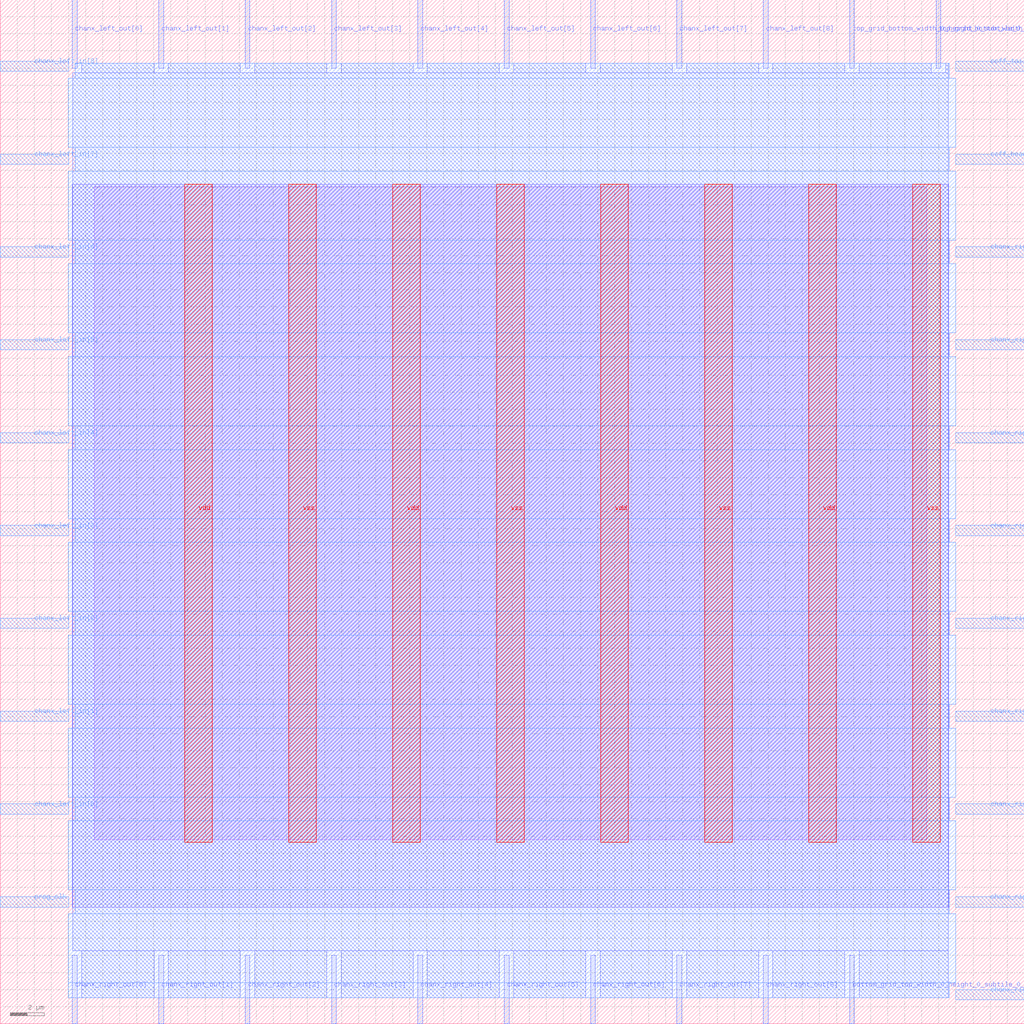
<source format=lef>
VERSION 5.7 ;
  NOWIREEXTENSIONATPIN ON ;
  DIVIDERCHAR "/" ;
  BUSBITCHARS "[]" ;
MACRO cbx_1__0_
  CLASS BLOCK ;
  FOREIGN cbx_1__0_ ;
  ORIGIN 0.000 0.000 ;
  SIZE 60.000 BY 60.000 ;
  PIN bottom_grid_top_width_0_height_0_subtile_0__pin_outpad_0_
    DIRECTION OUTPUT TRISTATE ;
    USE SIGNAL ;
    ANTENNADIFFAREA 0.795200 ;
    PORT
      LAYER met2 ;
        RECT 49.770 0.000 50.050 4.000 ;
    END
  END bottom_grid_top_width_0_height_0_subtile_0__pin_outpad_0_
  PIN ccff_head
    DIRECTION INPUT ;
    USE SIGNAL ;
    ANTENNAGATEAREA 0.196500 ;
    PORT
      LAYER met3 ;
        RECT 56.000 50.360 60.000 50.960 ;
    END
  END ccff_head
  PIN ccff_tail
    DIRECTION OUTPUT TRISTATE ;
    USE SIGNAL ;
    ANTENNADIFFAREA 0.795200 ;
    PORT
      LAYER met3 ;
        RECT 56.000 55.800 60.000 56.400 ;
    END
  END ccff_tail
  PIN chanx_left_in[0]
    DIRECTION INPUT ;
    USE SIGNAL ;
    ANTENNAGATEAREA 0.196500 ;
    PORT
      LAYER met3 ;
        RECT 0.000 12.280 4.000 12.880 ;
    END
  END chanx_left_in[0]
  PIN chanx_left_in[1]
    DIRECTION INPUT ;
    USE SIGNAL ;
    ANTENNAGATEAREA 0.196500 ;
    PORT
      LAYER met3 ;
        RECT 0.000 17.720 4.000 18.320 ;
    END
  END chanx_left_in[1]
  PIN chanx_left_in[2]
    DIRECTION INPUT ;
    USE SIGNAL ;
    ANTENNAGATEAREA 0.196500 ;
    PORT
      LAYER met3 ;
        RECT 0.000 23.160 4.000 23.760 ;
    END
  END chanx_left_in[2]
  PIN chanx_left_in[3]
    DIRECTION INPUT ;
    USE SIGNAL ;
    ANTENNAGATEAREA 0.196500 ;
    PORT
      LAYER met3 ;
        RECT 0.000 28.600 4.000 29.200 ;
    END
  END chanx_left_in[3]
  PIN chanx_left_in[4]
    DIRECTION INPUT ;
    USE SIGNAL ;
    ANTENNAGATEAREA 0.196500 ;
    PORT
      LAYER met3 ;
        RECT 0.000 34.040 4.000 34.640 ;
    END
  END chanx_left_in[4]
  PIN chanx_left_in[5]
    DIRECTION INPUT ;
    USE SIGNAL ;
    ANTENNAGATEAREA 0.196500 ;
    PORT
      LAYER met3 ;
        RECT 0.000 39.480 4.000 40.080 ;
    END
  END chanx_left_in[5]
  PIN chanx_left_in[6]
    DIRECTION INPUT ;
    USE SIGNAL ;
    ANTENNAGATEAREA 0.196500 ;
    PORT
      LAYER met3 ;
        RECT 0.000 44.920 4.000 45.520 ;
    END
  END chanx_left_in[6]
  PIN chanx_left_in[7]
    DIRECTION INPUT ;
    USE SIGNAL ;
    ANTENNAGATEAREA 0.196500 ;
    PORT
      LAYER met3 ;
        RECT 0.000 50.360 4.000 50.960 ;
    END
  END chanx_left_in[7]
  PIN chanx_left_in[8]
    DIRECTION INPUT ;
    USE SIGNAL ;
    ANTENNAGATEAREA 0.196500 ;
    PORT
      LAYER met3 ;
        RECT 0.000 55.800 4.000 56.400 ;
    END
  END chanx_left_in[8]
  PIN chanx_left_out[0]
    DIRECTION OUTPUT TRISTATE ;
    USE SIGNAL ;
    ANTENNADIFFAREA 0.795200 ;
    PORT
      LAYER met2 ;
        RECT 4.230 56.000 4.510 60.000 ;
    END
  END chanx_left_out[0]
  PIN chanx_left_out[1]
    DIRECTION OUTPUT TRISTATE ;
    USE SIGNAL ;
    ANTENNADIFFAREA 0.795200 ;
    PORT
      LAYER met2 ;
        RECT 9.290 56.000 9.570 60.000 ;
    END
  END chanx_left_out[1]
  PIN chanx_left_out[2]
    DIRECTION OUTPUT TRISTATE ;
    USE SIGNAL ;
    ANTENNADIFFAREA 0.795200 ;
    PORT
      LAYER met2 ;
        RECT 14.350 56.000 14.630 60.000 ;
    END
  END chanx_left_out[2]
  PIN chanx_left_out[3]
    DIRECTION OUTPUT TRISTATE ;
    USE SIGNAL ;
    ANTENNADIFFAREA 0.795200 ;
    PORT
      LAYER met2 ;
        RECT 19.410 56.000 19.690 60.000 ;
    END
  END chanx_left_out[3]
  PIN chanx_left_out[4]
    DIRECTION OUTPUT TRISTATE ;
    USE SIGNAL ;
    ANTENNADIFFAREA 0.795200 ;
    PORT
      LAYER met2 ;
        RECT 24.470 56.000 24.750 60.000 ;
    END
  END chanx_left_out[4]
  PIN chanx_left_out[5]
    DIRECTION OUTPUT TRISTATE ;
    USE SIGNAL ;
    ANTENNADIFFAREA 0.795200 ;
    PORT
      LAYER met2 ;
        RECT 29.530 56.000 29.810 60.000 ;
    END
  END chanx_left_out[5]
  PIN chanx_left_out[6]
    DIRECTION OUTPUT TRISTATE ;
    USE SIGNAL ;
    ANTENNADIFFAREA 0.795200 ;
    PORT
      LAYER met2 ;
        RECT 34.590 56.000 34.870 60.000 ;
    END
  END chanx_left_out[6]
  PIN chanx_left_out[7]
    DIRECTION OUTPUT TRISTATE ;
    USE SIGNAL ;
    ANTENNADIFFAREA 0.795200 ;
    PORT
      LAYER met2 ;
        RECT 39.650 56.000 39.930 60.000 ;
    END
  END chanx_left_out[7]
  PIN chanx_left_out[8]
    DIRECTION OUTPUT TRISTATE ;
    USE SIGNAL ;
    ANTENNADIFFAREA 0.795200 ;
    PORT
      LAYER met2 ;
        RECT 44.710 56.000 44.990 60.000 ;
    END
  END chanx_left_out[8]
  PIN chanx_right_in[0]
    DIRECTION INPUT ;
    USE SIGNAL ;
    ANTENNAGATEAREA 0.196500 ;
    PORT
      LAYER met3 ;
        RECT 56.000 1.400 60.000 2.000 ;
    END
  END chanx_right_in[0]
  PIN chanx_right_in[1]
    DIRECTION INPUT ;
    USE SIGNAL ;
    ANTENNAGATEAREA 0.196500 ;
    PORT
      LAYER met3 ;
        RECT 56.000 6.840 60.000 7.440 ;
    END
  END chanx_right_in[1]
  PIN chanx_right_in[2]
    DIRECTION INPUT ;
    USE SIGNAL ;
    ANTENNAGATEAREA 0.196500 ;
    PORT
      LAYER met3 ;
        RECT 56.000 12.280 60.000 12.880 ;
    END
  END chanx_right_in[2]
  PIN chanx_right_in[3]
    DIRECTION INPUT ;
    USE SIGNAL ;
    ANTENNAGATEAREA 0.196500 ;
    PORT
      LAYER met3 ;
        RECT 56.000 17.720 60.000 18.320 ;
    END
  END chanx_right_in[3]
  PIN chanx_right_in[4]
    DIRECTION INPUT ;
    USE SIGNAL ;
    ANTENNAGATEAREA 0.196500 ;
    PORT
      LAYER met3 ;
        RECT 56.000 23.160 60.000 23.760 ;
    END
  END chanx_right_in[4]
  PIN chanx_right_in[5]
    DIRECTION INPUT ;
    USE SIGNAL ;
    ANTENNAGATEAREA 0.196500 ;
    PORT
      LAYER met3 ;
        RECT 56.000 28.600 60.000 29.200 ;
    END
  END chanx_right_in[5]
  PIN chanx_right_in[6]
    DIRECTION INPUT ;
    USE SIGNAL ;
    ANTENNAGATEAREA 0.196500 ;
    PORT
      LAYER met3 ;
        RECT 56.000 34.040 60.000 34.640 ;
    END
  END chanx_right_in[6]
  PIN chanx_right_in[7]
    DIRECTION INPUT ;
    USE SIGNAL ;
    ANTENNAGATEAREA 0.196500 ;
    PORT
      LAYER met3 ;
        RECT 56.000 39.480 60.000 40.080 ;
    END
  END chanx_right_in[7]
  PIN chanx_right_in[8]
    DIRECTION INPUT ;
    USE SIGNAL ;
    ANTENNAGATEAREA 0.196500 ;
    PORT
      LAYER met3 ;
        RECT 56.000 44.920 60.000 45.520 ;
    END
  END chanx_right_in[8]
  PIN chanx_right_out[0]
    DIRECTION OUTPUT TRISTATE ;
    USE SIGNAL ;
    ANTENNADIFFAREA 0.795200 ;
    PORT
      LAYER met2 ;
        RECT 4.230 0.000 4.510 4.000 ;
    END
  END chanx_right_out[0]
  PIN chanx_right_out[1]
    DIRECTION OUTPUT TRISTATE ;
    USE SIGNAL ;
    ANTENNADIFFAREA 0.795200 ;
    PORT
      LAYER met2 ;
        RECT 9.290 0.000 9.570 4.000 ;
    END
  END chanx_right_out[1]
  PIN chanx_right_out[2]
    DIRECTION OUTPUT TRISTATE ;
    USE SIGNAL ;
    ANTENNADIFFAREA 0.795200 ;
    PORT
      LAYER met2 ;
        RECT 14.350 0.000 14.630 4.000 ;
    END
  END chanx_right_out[2]
  PIN chanx_right_out[3]
    DIRECTION OUTPUT TRISTATE ;
    USE SIGNAL ;
    ANTENNADIFFAREA 0.795200 ;
    PORT
      LAYER met2 ;
        RECT 19.410 0.000 19.690 4.000 ;
    END
  END chanx_right_out[3]
  PIN chanx_right_out[4]
    DIRECTION OUTPUT TRISTATE ;
    USE SIGNAL ;
    ANTENNADIFFAREA 0.795200 ;
    PORT
      LAYER met2 ;
        RECT 24.470 0.000 24.750 4.000 ;
    END
  END chanx_right_out[4]
  PIN chanx_right_out[5]
    DIRECTION OUTPUT TRISTATE ;
    USE SIGNAL ;
    ANTENNADIFFAREA 0.795200 ;
    PORT
      LAYER met2 ;
        RECT 29.530 0.000 29.810 4.000 ;
    END
  END chanx_right_out[5]
  PIN chanx_right_out[6]
    DIRECTION OUTPUT TRISTATE ;
    USE SIGNAL ;
    ANTENNADIFFAREA 0.795200 ;
    PORT
      LAYER met2 ;
        RECT 34.590 0.000 34.870 4.000 ;
    END
  END chanx_right_out[6]
  PIN chanx_right_out[7]
    DIRECTION OUTPUT TRISTATE ;
    USE SIGNAL ;
    ANTENNADIFFAREA 0.795200 ;
    PORT
      LAYER met2 ;
        RECT 39.650 0.000 39.930 4.000 ;
    END
  END chanx_right_out[7]
  PIN chanx_right_out[8]
    DIRECTION OUTPUT TRISTATE ;
    USE SIGNAL ;
    ANTENNADIFFAREA 0.795200 ;
    PORT
      LAYER met2 ;
        RECT 44.710 0.000 44.990 4.000 ;
    END
  END chanx_right_out[8]
  PIN prog_clk
    DIRECTION INPUT ;
    USE SIGNAL ;
    ANTENNAGATEAREA 0.852000 ;
    PORT
      LAYER met3 ;
        RECT 0.000 6.840 4.000 7.440 ;
    END
  END prog_clk
  PIN top_grid_bottom_width_0_height_0_subtile_0__pin_I_2_
    DIRECTION OUTPUT TRISTATE ;
    USE SIGNAL ;
    ANTENNADIFFAREA 0.795200 ;
    PORT
      LAYER met2 ;
        RECT 49.770 56.000 50.050 60.000 ;
    END
  END top_grid_bottom_width_0_height_0_subtile_0__pin_I_2_
  PIN top_grid_bottom_width_0_height_0_subtile_0__pin_I_6_
    DIRECTION OUTPUT TRISTATE ;
    USE SIGNAL ;
    ANTENNADIFFAREA 0.795200 ;
    PORT
      LAYER met2 ;
        RECT 54.830 56.000 55.110 60.000 ;
    END
  END top_grid_bottom_width_0_height_0_subtile_0__pin_I_6_
  PIN vdd
    DIRECTION INOUT ;
    USE POWER ;
    PORT
      LAYER met4 ;
        RECT 10.815 10.640 12.415 49.200 ;
    END
    PORT
      LAYER met4 ;
        RECT 23.005 10.640 24.605 49.200 ;
    END
    PORT
      LAYER met4 ;
        RECT 35.195 10.640 36.795 49.200 ;
    END
    PORT
      LAYER met4 ;
        RECT 47.385 10.640 48.985 49.200 ;
    END
  END vdd
  PIN vss
    DIRECTION INOUT ;
    USE GROUND ;
    PORT
      LAYER met4 ;
        RECT 16.910 10.640 18.510 49.200 ;
    END
    PORT
      LAYER met4 ;
        RECT 29.100 10.640 30.700 49.200 ;
    END
    PORT
      LAYER met4 ;
        RECT 41.290 10.640 42.890 49.200 ;
    END
    PORT
      LAYER met4 ;
        RECT 53.480 10.640 55.080 49.200 ;
    END
  END vss
  OBS
      LAYER li1 ;
        RECT 5.520 10.795 54.280 49.045 ;
      LAYER met1 ;
        RECT 4.210 6.840 55.590 49.200 ;
      LAYER met2 ;
        RECT 4.790 55.720 9.010 56.285 ;
        RECT 9.850 55.720 14.070 56.285 ;
        RECT 14.910 55.720 19.130 56.285 ;
        RECT 19.970 55.720 24.190 56.285 ;
        RECT 25.030 55.720 29.250 56.285 ;
        RECT 30.090 55.720 34.310 56.285 ;
        RECT 35.150 55.720 39.370 56.285 ;
        RECT 40.210 55.720 44.430 56.285 ;
        RECT 45.270 55.720 49.490 56.285 ;
        RECT 50.330 55.720 54.550 56.285 ;
        RECT 55.390 55.720 55.560 56.285 ;
        RECT 4.240 4.280 55.560 55.720 ;
        RECT 4.790 1.515 9.010 4.280 ;
        RECT 9.850 1.515 14.070 4.280 ;
        RECT 14.910 1.515 19.130 4.280 ;
        RECT 19.970 1.515 24.190 4.280 ;
        RECT 25.030 1.515 29.250 4.280 ;
        RECT 30.090 1.515 34.310 4.280 ;
        RECT 35.150 1.515 39.370 4.280 ;
        RECT 40.210 1.515 44.430 4.280 ;
        RECT 45.270 1.515 49.490 4.280 ;
        RECT 50.330 1.515 55.560 4.280 ;
      LAYER met3 ;
        RECT 4.400 55.400 55.600 56.265 ;
        RECT 3.990 51.360 56.000 55.400 ;
        RECT 4.400 49.960 55.600 51.360 ;
        RECT 3.990 45.920 56.000 49.960 ;
        RECT 4.400 44.520 55.600 45.920 ;
        RECT 3.990 40.480 56.000 44.520 ;
        RECT 4.400 39.080 55.600 40.480 ;
        RECT 3.990 35.040 56.000 39.080 ;
        RECT 4.400 33.640 55.600 35.040 ;
        RECT 3.990 29.600 56.000 33.640 ;
        RECT 4.400 28.200 55.600 29.600 ;
        RECT 3.990 24.160 56.000 28.200 ;
        RECT 4.400 22.760 55.600 24.160 ;
        RECT 3.990 18.720 56.000 22.760 ;
        RECT 4.400 17.320 55.600 18.720 ;
        RECT 3.990 13.280 56.000 17.320 ;
        RECT 4.400 11.880 55.600 13.280 ;
        RECT 3.990 7.840 56.000 11.880 ;
        RECT 4.400 6.440 55.600 7.840 ;
        RECT 3.990 2.400 56.000 6.440 ;
        RECT 3.990 1.535 55.600 2.400 ;
  END
END cbx_1__0_
END LIBRARY


</source>
